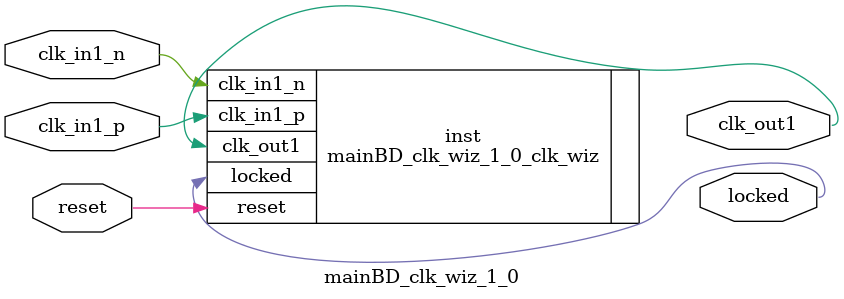
<source format=v>


`timescale 1ps/1ps

(* CORE_GENERATION_INFO = "mainBD_clk_wiz_1_0,clk_wiz_v6_0_11_0_0,{component_name=mainBD_clk_wiz_1_0,use_phase_alignment=false,use_min_o_jitter=false,use_max_i_jitter=false,use_dyn_phase_shift=false,use_inclk_switchover=false,use_dyn_reconfig=false,enable_axi=0,feedback_source=FDBK_AUTO,PRIMITIVE=MMCM,num_out_clk=1,clkin1_period=3.333,clkin2_period=10.0,use_power_down=false,use_reset=true,use_locked=true,use_inclk_stopped=false,feedback_type=SINGLE,CLOCK_MGR_TYPE=NA,manual_override=false}" *)

module mainBD_clk_wiz_1_0 
 (
  // Clock out ports
  output        clk_out1,
  // Status and control signals
  input         reset,
  output        locked,
 // Clock in ports
  input         clk_in1_p,
  input         clk_in1_n
 );

  mainBD_clk_wiz_1_0_clk_wiz inst
  (
  // Clock out ports  
  .clk_out1(clk_out1),
  // Status and control signals               
  .reset(reset), 
  .locked(locked),
 // Clock in ports
  .clk_in1_p(clk_in1_p),
  .clk_in1_n(clk_in1_n)
  );

endmodule

</source>
